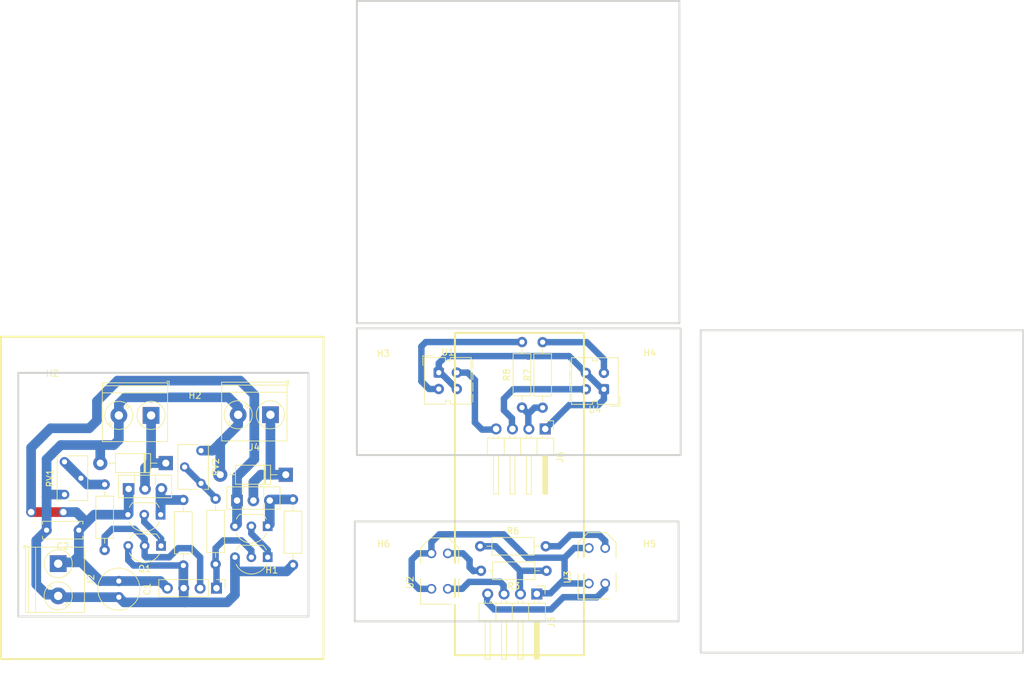
<source format=kicad_pcb>
(kicad_pcb (version 20221018) (generator pcbnew)
  (layers (0 "F.Cu" signal) (31 "B.Cu" signal) (34 "B.Paste" user) (35 "F.Paste" user) (36 "B.SilkS" user "B.Silkscreen") (37 "F.SilkS" user "F.Silkscreen") (38 "B.Mask" user) (39 "F.Mask" user) (44 "Edge.Cuts" user))
  (net 0 "")
  (net 1 "VCC")
  (net 2 "GNDREF")
  (net 3 "Net-(D1-K)")
  (net 4 "Net-(D2-K)")
  (net 5 "Sensor Derecho")
  (net 6 "Sensor Izquierdo")
  (net 7 "Net-(Q1-C)")
  (net 8 "Net-(Q2-B)")
  (net 9 "Net-(Q4-C)")
  (net 10 "Net-(Q5-C)")
  (net 11 "Net-(R1-Pad2)")
  (net 12 "Net-(R4-Pad2)")
  (net 13 "S(Der)TCRT")
  (net 14 "S(Izq)TCRT")
  (net 15 "S(Der)CNY")
  (net 16 "S(Izq)CNY")
  (net 17 "Net-(R3-Pad2)")
  (net 18 "Net-(R6-Pad2)")
  (net 19 "Net-(U4-K)")
  (net 20 "Net-(U1-K)")
  (net 21 "VCC2")
  (net 22 "GND2")
  (net 23 "VCC1")
  (net 24 "GND1")
  (footprint "MountingHole:MountingHole_3.2mm_M3" (layer "F.Cu") (at 138.625 89.125)
    (fp_text reference "H6" (at 0 -4.2) (layer "F.SilkS"))
    (fp_text value "MountingHole")
    (pad "" np_thru_hole circle (at 0 0) (size 3.2 3.2) (drill 3.2) (layers "*.Cu" "*.Mask"))
  )
  (footprint "Resistor_THT:R_Axial_DIN0207_L6.3mm_D2.5mm_P10.16mm_Horizontal" (layer "F.Cu") (at 163.9 89.1 180)
    (fp_text reference "R3" (at 5.08 -2.37) (layer "F.SilkS"))
    (fp_text value "470")
    (pad "1" thru_hole circle (at 0 0 180) (size 1.6 1.6) (drill 0.8) (layers "*.Cu" "*.Mask") (net 22 "GND2"))
    (pad "2" thru_hole oval (at 10.16 0 180) (size 1.6 1.6) (drill 0.8) (layers "*.Cu" "*.Mask") (net 17 "Net-(R3-Pad2)"))
  )
  (footprint "Resistor_THT:R_Axial_DIN0207_L6.3mm_D2.5mm_P10.16mm_Horizontal" (layer "F.Cu") (at 107.6 78.12 -90)
    (fp_text reference "R2" hide)
    (fp_text value "2.2k" hide)
    (pad "1" thru_hole circle (at 0 0 270) (size 1.6 1.6) (drill 0.8) (layers "*.Cu" "*.Mask") (net 8 "Net-(Q2-B)"))
    (pad "2" thru_hole oval (at 10.16 0 270) (size 1.6 1.6) (drill 0.8) (layers "*.Cu" "*.Mask") (net 2 "GNDREF"))
  )
  (footprint "Package_TO_SOT_THT:TO-92_Inline_Wide" (layer "F.Cu") (at 104.14 85.24 180)
    (fp_text reference "Q1" (at 2.54 -3.56) (layer "F.SilkS"))
    (fp_text value "BC548" hide)
    (pad "1" thru_hole rect (at 0 0 180) (size 1.5 1.5) (drill 0.8) (layers "*.Cu" "*.Mask") (net 7 "Net-(Q1-C)"))
    (pad "2" thru_hole circle (at 2.54 0 180) (size 1.5 1.5) (drill 0.8) (layers "*.Cu" "*.Mask") (net 5 "Sensor Derecho"))
    (pad "3" thru_hole circle (at 5.08 0 180) (size 1.5 1.5) (drill 0.8) (layers "*.Cu" "*.Mask") (net 2 "GNDREF"))
  )
  (footprint "OptoDevice:Vishay_CNY70" (layer "F.Cu") (at 172.8 60.94 180)
    (fp_text reference "U4" (at 1.4 -3.17) (layer "F.SilkS"))
    (fp_text value "CNY70")
    (pad "1" thru_hole roundrect (at 0 0 180) (size 1.6 1.6) (drill 0.8) (layers "*.Cu" "*.Mask") (roundrect_rratio 0.156) (net 23 "VCC1"))
    (pad "2" thru_hole circle (at 0 2.54 180) (size 1.6 1.6) (drill 0.8) (layers "*.Cu" "*.Mask") (net 19 "Net-(U4-K)"))
    (pad "3" thru_hole circle (at 2.8 2.54 180) (size 1.6 1.6) (drill 0.8) (layers "*.Cu" "*.Mask") (net 23 "VCC1"))
    (pad "4" thru_hole circle (at 2.8 0 180) (size 1.6 1.6) (drill 0.8) (layers "*.Cu" "*.Mask") (net 15 "S(Der)CNY"))
  )
  (footprint "Potentiometer_THT:Potentiometer_Bourns_3266W_Vertical" (layer "F.Cu") (at 89.175 72.2 90)
    (fp_text reference "RV1" (at -2.54 -2.27 90) (layer "F.SilkS"))
    (fp_text value "RegIzquierdo" hide)
    (pad "1" thru_hole circle (at 0 0 90) (size 1.44 1.44) (drill 0.8) (layers "*.Cu" "*.Mask") (net 11 "Net-(R1-Pad2)"))
    (pad "2" thru_hole circle (at -2.54 2.54 90) (size 1.44 1.44) (drill 0.8) (layers "*.Cu" "*.Mask") (net 11 "Net-(R1-Pad2)"))
    (pad "3" thru_hole circle (at -5.08 0 90) (size 1.44 1.44) (drill 0.8) (layers "*.Cu" "*.Mask") (net 2 "GNDREF"))
  )
  (footprint "OptoDevice:Vishay_CNY70" (layer "F.Cu") (at 147.2 58.36)
    (fp_text reference "U1" (at 1.4 -3.17) (layer "F.SilkS"))
    (fp_text value "CNY70")
    (pad "1" thru_hole roundrect (at 0 0) (size 1.6 1.6) (drill 0.8) (layers "*.Cu" "*.Mask") (roundrect_rratio 0.156) (net 23 "VCC1"))
    (pad "2" thru_hole circle (at 0 2.54) (size 1.6 1.6) (drill 0.8) (layers "*.Cu" "*.Mask") (net 20 "Net-(U1-K)"))
    (pad "3" thru_hole circle (at 2.8 2.54) (size 1.6 1.6) (drill 0.8) (layers "*.Cu" "*.Mask") (net 23 "VCC1"))
    (pad "4" thru_hole circle (at 2.8 0) (size 1.6 1.6) (drill 0.8) (layers "*.Cu" "*.Mask") (net 16 "S(Izq)CNY"))
  )
  (footprint "Potentiometer_THT:Potentiometer_Bourns_3266W_Vertical" (layer "F.Cu") (at 110.34 75.54 -90)
    (fp_text reference "RV2" (at -2.54 -2.27 90) (layer "F.SilkS"))
    (fp_text value "RegIzquierdo" hide)
    (pad "1" thru_hole circle (at 0 0 270) (size 1.44 1.44) (drill 0.8) (layers "*.Cu" "*.Mask") (net 12 "Net-(R4-Pad2)"))
    (pad "2" thru_hole circle (at -2.54 2.54 270) (size 1.44 1.44) (drill 0.8) (layers "*.Cu" "*.Mask") (net 12 "Net-(R4-Pad2)"))
    (pad "3" thru_hole circle (at -5.08 0 270) (size 1.44 1.44) (drill 0.8) (layers "*.Cu" "*.Mask") (net 2 "GNDREF"))
  )
  (footprint "Diode_THT:D_DO-41_SOD81_P10.16mm_Horizontal" (layer "F.Cu") (at 123.48 74.2 180)
    (fp_text reference "D2" hide)
    (fp_text value "1N4007")
    (pad "1" thru_hole rect (at 0 0 180) (size 2.2 2.2) (drill 1.1) (layers "*.Cu" "*.Mask") (net 4 "Net-(D2-K)"))
    (pad "2" thru_hole oval (at 10.16 0 180) (size 2.2 2.2) (drill 1.1) (layers "*.Cu" "*.Mask") (net 2 "GNDREF"))
  )
  (footprint "Resistor_THT:R_Axial_DIN0207_L6.3mm_D2.5mm_P10.16mm_Horizontal" (layer "F.Cu") (at 95.4 85.88 90)
    (fp_text reference "R1" hide)
    (fp_text value "470" hide)
    (pad "1" thru_hole circle (at 0 0 90) (size 1.6 1.6) (drill 0.8) (layers "*.Cu" "*.Mask") (net 5 "Sensor Derecho"))
    (pad "2" thru_hole oval (at 10.16 0 90) (size 1.6 1.6) (drill 0.8) (layers "*.Cu" "*.Mask") (net 11 "Net-(R1-Pad2)"))
  )
  (footprint "TerminalBlock_Phoenix:TerminalBlock_Phoenix_PT-1,5-2-5.0-H_1x02_P5.00mm_Horizontal" (layer "F.Cu") (at 88.2 88 -90)
    (fp_text reference "J2" (at 2.5 -5.06 90) (layer "F.SilkS"))
    (fp_text value "Conector de Batería")
    (pad "1" thru_hole rect (at 0 0 270) (size 2.6 2.6) (drill 1.3) (layers "*.Cu" "*.Mask") (net 1 "VCC"))
    (pad "2" thru_hole circle (at 5 0 270) (size 2.6 2.6) (drill 1.3) (layers "*.Cu" "*.Mask") (net 2 "GNDREF"))
  )
  (footprint "tcrt5000:tcrt5000" (layer "F.Cu") (at 171.73 88.325 90)
    (fp_text reference "U3" (at -1.76355 -4.57476 90) (layer "F.SilkS") (effects (font (size 1.004126 1.004126))))
    (fp_text value "TCRT5000")
    (pad "" np_thru_hole circle (at -4.65 2.45 90) (size 1 1) (drill 1) (layers "*.Cu" "*.Mask"))
    (pad "" np_thru_hole circle (at 0 -1.9 90) (size 2.5 2.5) (drill 2.5) (layers "*.Cu" "*.Mask"))
    (pad "" np_thru_hole circle (at 0 1.9 90) (size 2.5 2.5) (drill 2.5) (layers "*.Cu" "*.Mask"))
    (pad "A" thru_hole circle (at 2.75 -1.27 90) (size 1.5 1.5) (drill 1) (layers "*.Cu" "*.Mask") (net 21 "VCC2"))
    (pad "CATH" thru_hole circle (at 2.75 1.27 90) (size 1.5 1.5) (drill 1) (layers "*.Cu" "*.Mask") (net 18 "Net-(R6-Pad2)"))
    (pad "COLL" thru_hole circle (at -2.75 -1.27 90) (size 1.5 1.5) (drill 1) (layers "*.Cu" "*.Mask") (net 21 "VCC2"))
    (pad "E" thru_hole circle (at -2.75 1.27 90) (size 1.5 1.5) (drill 1) (layers "*.Cu" "*.Mask") (net 14 "S(Izq)TCRT"))
  )
  (footprint "MountingHole:MountingHole_3.2mm_M3" (layer "F.Cu") (at 138.6 59.6)
    (fp_text reference "H3" (at 0 -4.2) (layer "F.SilkS"))
    (fp_text value "MountingHole")
    (pad "" np_thru_hole circle (at 0 0) (size 3.2 3.2) (drill 3.2) (layers "*.Cu" "*.Mask"))
  )
  (footprint "Capacitor_THT:C_Disc_D6.0mm_W2.5mm_P5.00mm" (layer "F.Cu") (at 91.4 82.8 180)
    (fp_text reference "C2" (at 2.5 -2.5) (layer "F.SilkS"))
    (fp_text value "103")
    (pad "1" thru_hole circle (at 0 0 180) (size 1.6 1.6) (drill 0.8) (layers "*.Cu" "*.Mask") (net 1 "VCC"))
    (pad "2" thru_hole circle (at 5 0 180) (size 1.6 1.6) (drill 0.8) (layers "*.Cu" "*.Mask") (net 2 "GNDREF"))
  )
  (footprint "Connector_PinHeader_2.54mm:PinHeader_1x04_P2.54mm_Horizontal" (layer "F.Cu") (at 163.7 67.1 -90)
    (fp_text reference "J6" (at 4.385 -2.27 90) (layer "F.SilkS"))
    (fp_text value "Conector de sensores")
    (pad "1" thru_hole rect (at 0 0 270) (size 1.7 1.7) (drill 1) (layers "*.Cu" "*.Mask") (net 23 "VCC1"))
    (pad "2" thru_hole oval (at 0 2.54 270) (size 1.7 1.7) (drill 1) (layers "*.Cu" "*.Mask") (net 24 "GND1"))
    (pad "3" thru_hole oval (at 0 5.08 270) (size 1.7 1.7) (drill 1) (layers "*.Cu" "*.Mask") (net 15 "S(Der)CNY"))
    (pad "4" thru_hole oval (at 0 7.62 270) (size 1.7 1.7) (drill 1) (layers "*.Cu" "*.Mask") (net 16 "S(Izq)CNY"))
  )
  (footprint "MountingHole:MountingHole_3.2mm_M3" (layer "F.Cu") (at 121.3 93.2)
    (fp_text reference "H1" (at 0 -4.2) (layer "F.SilkS"))
    (fp_text value "MountingHole")
    (pad "" np_thru_hole circle (at 0 0) (size 3.2 3.2) (drill 3.2) (layers "*.Cu" "*.Mask"))
  )
  (footprint "Package_TO_SOT_THT:TO-126-3_Vertical" (layer "F.Cu") (at 115.92 78.2)
    (fp_text reference "Q6" hide)
    (fp_text value "BD140" hide)
    (pad "1" thru_hole rect (at 0 0) (size 1.8 1.8) (drill 1) (layers "*.Cu" "*.Mask") (net 1 "VCC"))
    (pad "2" thru_hole oval (at 2.54 0) (size 1.8 1.8) (drill 1) (layers "*.Cu" "*.Mask") (net 4 "Net-(D2-K)"))
    (pad "3" thru_hole oval (at 5.08 0) (size 1.8 1.8) (drill 1) (layers "*.Cu" "*.Mask") (net 10 "Net-(Q5-C)"))
  )
  (footprint "Connector_PinHeader_2.54mm:PinHeader_1x04_P2.54mm_Horizontal" (layer "F.Cu") (at 162.4 92.7 -90)
    (fp_text reference "J5" (at 4.385 -2.27 90) (layer "F.SilkS"))
    (fp_text value "Conector de sensores")
    (pad "1" thru_hole rect (at 0 0 270) (size 1.7 1.7) (drill 1) (layers "*.Cu" "*.Mask") (net 21 "VCC2"))
    (pad "2" thru_hole oval (at 0 2.54 270) (size 1.7 1.7) (drill 1) (layers "*.Cu" "*.Mask") (net 22 "GND2"))
    (pad "3" thru_hole oval (at 0 5.08 270) (size 1.7 1.7) (drill 1) (layers "*.Cu" "*.Mask") (net 13 "S(Der)TCRT"))
    (pad "4" thru_hole oval (at 0 7.62 270) (size 1.7 1.7) (drill 1) (layers "*.Cu" "*.Mask") (net 14 "S(Izq)TCRT"))
  )
  (footprint "tcrt5000:tcrt5000" (layer "F.Cu") (at 147.33 89.15 90)
    (fp_text reference "U2" (at -1.76355 -4.57476 90) (layer "F.SilkS") (effects (font (size 1.004126 1.004126))))
    (fp_text value "TCRT5000")
    (pad "" np_thru_hole circle (at -4.65 2.45 90) (size 1 1) (drill 1) (layers "*.Cu" "*.Mask"))
    (pad "" np_thru_hole circle (at 0 -1.9 90) (size 2.5 2.5) (drill 2.5) (layers "*.Cu" "*.Mask"))
    (pad "" np_thru_hole circle (at 0 1.9 90) (size 2.5 2.5) (drill 2.5) (layers "*.Cu" "*.Mask"))
    (pad "A" thru_hole circle (at 2.75 -1.27 90) (size 1.5 1.5) (drill 1) (layers "*.Cu" "*.Mask") (net 21 "VCC2"))
    (pad "CATH" thru_hole circle (at 2.75 1.27 90) (size 1.5 1.5) (drill 1) (layers "*.Cu" "*.Mask") (net 17 "Net-(R3-Pad2)"))
    (pad "COLL" thru_hole circle (at -2.75 -1.27 90) (size 1.5 1.5) (drill 1) (layers "*.Cu" "*.Mask") (net 21 "VCC2"))
    (pad "E" thru_hole circle (at -2.75 1.27 90) (size 1.5 1.5) (drill 1) (layers "*.Cu" "*.Mask") (net 13 "S(Der)TCRT"))
  )
  (footprint "Resistor_THT:R_Axial_DIN0207_L6.3mm_D2.5mm_P10.16mm_Horizontal" (layer "F.Cu") (at 112.6 88.08 90)
    (fp_text reference "R4" hide)
    (fp_text value "470" hide)
    (pad "1" thru_hole circle (at 0 0 90) (size 1.6 1.6) (drill 0.8) (layers "*.Cu" "*.Mask") (net 6 "Sensor Izquierdo"))
    (pad "2" thru_hole oval (at 10.16 0 90) (size 1.6 1.6) (drill 0.8) (layers "*.Cu" "*.Mask") (net 12 "Net-(R4-Pad2)"))
  )
  (footprint "MountingHole:MountingHole_3.2mm_M3" (layer "F.Cu") (at 179.875 89.125)
    (fp_text reference "H5" (at 0 -4.2) (layer "F.SilkS"))
    (fp_text value "MountingHole")
    (pad "" np_thru_hole circle (at 0 0) (size 3.2 3.2) (drill 3.2) (layers "*.Cu" "*.Mask"))
  )
  (footprint "Package_TO_SOT_THT:TO-92_Inline_Wide" (layer "F.Cu") (at 120.68 82.2 180)
    (fp_text reference "Q5" hide)
    (fp_text value "BC558" hide)
    (pad "1" thru_hole rect (at 0 0 180) (size 1.5 1.5) (drill 0.8) (layers "*.Cu" "*.Mask") (net 10 "Net-(Q5-C)"))
    (pad "2" thru_hole circle (at 2.54 0 180) (size 1.5 1.5) (drill 0.8) (layers "*.Cu" "*.Mask") (net 9 "Net-(Q4-C)"))
    (pad "3" thru_hole circle (at 5.08 0 180) (size 1.5 1.5) (drill 0.8) (layers "*.Cu" "*.Mask") (net 1 "VCC"))
  )
  (footprint "MountingHole:MountingHole_3.2mm_M3" (layer "F.Cu") (at 87.3 62.7)
    (fp_text reference "H2" (at 0 -4.2) (layer "F.SilkS"))
    (fp_text value "MountingHole")
    (pad "" np_thru_hole circle (at 0 0) (size 3.2 3.2) (drill 3.2) (layers "*.Cu" "*.Mask"))
  )
  (footprint "Package_TO_SOT_THT:TO-92_Inline_Wide" (layer "F.Cu") (at 120.68 87 180)
    (fp_text reference "Q4" hide)
    (fp_text value "BC548" hide)
    (pad "1" thru_hole rect (at 0 0 180) (size 1.5 1.5) (drill 0.8) (layers "*.Cu" "*.Mask") (net 9 "Net-(Q4-C)"))
    (pad "2" thru_hole circle (at 2.54 0 180) (size 1.5 1.5) (drill 0.8) (layers "*.Cu" "*.Mask") (net 6 "Sensor Izquierdo"))
    (pad "3" thru_hole circle (at 5.08 0 180) (size 1.5 1.5) (drill 0.8) (layers "*.Cu" "*.Mask") (net 2 "GNDREF"))
  )
  (footprint "Capacitor_THT:C_Radial_D6.3mm_H11.0mm_P2.50mm" (layer "F.Cu") (at 97.6 90.7 -90)
    (fp_text reference "C1" (at 1.25 -4.4 90) (layer "F.SilkS"))
    (fp_text value "100uF")
    (pad "1" thru_hole circle (at 0 0 270) (size 1.6 1.6) (drill 0.8) (layers "*.Cu" "*.Mask") (net 1 "VCC"))
    (pad "2" thru_hole circle (at 2.5 0 270) (size 1.6 1.6) (drill 0.8) (layers "*.Cu" "*.Mask") (net 2 "GNDREF"))
  )
  (footprint "Connector_PinHeader_2.54mm:PinHeader_1x04_P2.54mm_Vertical" (layer "F.Cu") (at 112.74 91.8 -90)
    (fp_text reference "J1" hide)
    (fp_text value "Conector de sensores" hide)
    (pad "1" thru_hole rect (at 0 0 270) (size 1.7 1.7) (drill 1) (layers "*.Cu" "*.Mask") (net 6 "Sensor Izquierdo"))
    (pad "2" thru_hole oval (at 0 2.54 270) (size 1.7 1.7) (drill 1) (layers "*.Cu" "*.Mask") (net 5 "Sensor Derecho"))
    (pad "3" thru_hole oval (at 0 5.08 270) (size 1.7 1.7) (drill 1) (layers "*.Cu" "*.Mask") (net 2 "GNDREF"))
    (pad "4" thru_hole oval (at 0 7.62 270) (size 1.7 1.7) (drill 1) (layers "*.Cu" "*.Mask") (net 1 "VCC"))
  )
  (footprint "TerminalBlock_Phoenix:TerminalBlock_Phoenix_PT-1,5-2-5.0-H_1x02_P5.00mm_Horizontal" (layer "F.Cu") (at 102.6 65 180)
    (fp_text reference "J3" hide)
    (fp_text value "MotorIzquierdo")
    (pad "1" thru_hole rect (at 0 0 180) (size 2.6 2.6) (drill 1.3) (layers "*.Cu" "*.Mask") (net 3 "Net-(D1-K)"))
    (pad "2" thru_hole circle (at 5 0 180) (size 2.6 2.6) (drill 1.3) (layers "*.Cu" "*.Mask") (net 2 "GNDREF"))
  )
  (footprint "Resistor_THT:R_Axial_DIN0207_L6.3mm_D2.5mm_P10.16mm_Horizontal" (layer "F.Cu") (at 160.1 63.78 90)
    (fp_text reference "R8" (at 5.08 -2.37 90) (layer "F.SilkS"))
    (fp_text value "470")
    (pad "1" thru_hole circle (at 0 0 90) (size 1.6 1.6) (drill 0.8) (layers "*.Cu" "*.Mask") (net 24 "GND1"))
    (pad "2" thru_hole oval (at 10.16 0 90) (size 1.6 1.6) (drill 0.8) (layers "*.Cu" "*.Mask") (net 20 "Net-(U1-K)"))
  )
  (footprint "TerminalBlock_Phoenix:TerminalBlock_Phoenix_PT-1,5-2-5.0-H_1x02_P5.00mm_Horizontal" (layer "F.Cu") (at 121.1 64.9 180)
    (fp_text reference "J4" (at 2.5 -5.06 180) (layer "F.SilkS"))
    (fp_text value "MotorDerecho")
    (pad "1" thru_hole rect (at 0 0 180) (size 2.6 2.6) (drill 1.3) (layers "*.Cu" "*.Mask") (net 4 "Net-(D2-K)"))
    (pad "2" thru_hole circle (at 5 0 180) (size 2.6 2.6) (drill 1.3) (layers "*.Cu" "*.Mask") (net 2 "GNDREF"))
  )
  (footprint "Package_TO_SOT_THT:TO-126-3_Vertical" (layer "F.Cu") (at 99.12 76.4)
    (fp_text reference "Q2" hide)
    (fp_text value "BD140" hide)
    (pad "1" thru_hole rect (at 0 0) (size 1.8 1.8) (drill 1) (layers "*.Cu" "*.Mask") (net 1 "VCC"))
    (pad "2" thru_hole oval (at 2.54 0) (size 1.8 1.8) (drill 1) (layers "*.Cu" "*.Mask") (net 3 "Net-(D1-K)"))
    (pad "3" thru_hole oval (at 5.08 0) (size 1.8 1.8) (drill 1) (layers "*.Cu" "*.Mask") (net 8 "Net-(Q2-B)"))
  )
  (footprint "Resistor_THT:R_Axial_DIN0207_L6.3mm_D2.5mm_P10.16mm_Horizontal" (layer "F.Cu") (at 124.6 78.04 -90)
    (fp_text reference "R5" hide)
    (fp_text value "2.2k" hide)
    (pad "1" thru_hole circle (at 0 0 270) (size 1.6 1.6) (drill 0.8) (layers "*.Cu" "*.Mask") (net 10 "Net-(Q5-C)"))
    (pad "2" thru_hole oval (at 10.16 0 270) (size 1.6 1.6) (drill 0.8) (layers "*.Cu" "*.Mask") (net 2 "GNDREF"))
  )
  (footprint "MountingHole:MountingHole_3.2mm_M3" (layer "F.Cu") (at 109.4 66.1)
    (fp_text reference "H2" (at 0 -4.2) (layer "F.SilkS"))
    (fp_text value "MountingHole")
    (pad "" np_thru_hole circle (at 0 0) (size 3.2 3.2) (drill 3.2) (layers "F&B.Cu" "*.Mask"))
  )
  (footprint "Package_TO_SOT_THT:TO-92_Inline_Wide" (layer "F.Cu") (at 104.08 80.4 180)
    (fp_text reference "Q3" hide)
    (fp_text value "BC558" hide)
    (pad "1" thru_hole rect (at 0 0 180) (size 1.5 1.5) (drill 0.8) (layers "*.Cu" "*.Mask") (net 8 "Net-(Q2-B)"))
    (pad "2" thru_hole circle (at 2.54 0 180) (size 1.5 1.5) (drill 0.8) (layers "*.Cu" "*.Mask") (net 7 "Net-(Q1-C)"))
    (pad "3" thru_hole circle (at 5.08 0 180) (size 1.5 1.5) (drill 0.8) (layers "*.Cu" "*.Mask") (net 1 "VCC"))
  )
  (footprint "Resistor_THT:R_Axial_DIN0207_L6.3mm_D2.5mm_P10.16mm_Horizontal" (layer "F.Cu") (at 153.62 85.3)
    (fp_text reference "R6" (at 5.08 -2.37) (layer "F.SilkS"))
    (fp_text value "470")
    (pad "1" thru_hole circle (at 0 0) (size 1.6 1.6) (drill 0.8) (layers "*.Cu" "*.Mask") (net 22 "GND2"))
    (pad "2" thru_hole oval (at 10.16 0) (size 1.6 1.6) (drill 0.8) (layers "*.Cu" "*.Mask") (net 18 "Net-(R6-Pad2)"))
  )
  (footprint "MountingHole:MountingHole_3.2mm_M3" (layer "F.Cu") (at 179.9 59.5)
    (fp_text reference "H4" (at 0 -4.2) (layer "F.SilkS"))
    (fp_text value "MountingHole")
    (pad "" np_thru_hole circle (at 0 0) (size 3.2 3.2) (drill 3.2) (layers "*.Cu" "*.Mask"))
  )
  (footprint "Diode_THT:D_DO-41_SOD81_P10.16mm_Horizontal" (layer "F.Cu") (at 104.88 72.4 180)
    (fp_text reference "D1" hide)
    (fp_text value "1N4007" hide)
    (pad "1" thru_hole rect (at 0 0 180) (size 2.2 2.2) (drill 1.1) (layers "*.Cu" "*.Mask") (net 3 "Net-(D1-K)"))
    (pad "2" thru_hole oval (at 10.16 0 180) (size 2.2 2.2) (drill 1.1) (layers "*.Cu" "*.Mask") (net 2 "GNDREF"))
  )
  (footprint "Resistor_THT:R_Axial_DIN0207_L6.3mm_D2.5mm_P10.16mm_Horizontal" (layer "F.Cu") (at 163.3 63.8 90)
    (fp_text reference "R7" (at 5.08 -2.37 90) (layer "F.SilkS"))
    (fp_text value "470")
    (pad "1" thru_hole circle (at 0 0 90) (size 1.6 1.6) (drill 0.8) (layers "*.Cu" "*.Mask") (net 24 "GND1"))
    (pad "2" thru_hole oval (at 10.16 0 90) (size 1.6 1.6) (drill 0.8) (layers "*.Cu" "*.Mask") (net 19 "Net-(U4-K)"))
  )
  (gr_rect (start 79.325 52.8) (end 129.325 102.8) (stroke (width 0.3)) (fill none) (layer "F.SilkS"))
  (gr_rect (start 149.7 52.2) (end 169.7 102.2) (stroke (width 0.3)) (fill none) (layer "F.SilkS"))
  (gr_rect (start 134.5 51.5) (end 184.7 71.15) (stroke (width 0.3)) (fill none) (layer "Edge.Cuts"))
  (gr_rect (start 134.175 81.45) (end 184.375 96.95) (stroke (width 0.3)) (fill none) (layer "Edge.Cuts"))
  (gr_rect (start 187.8 51.8) (end 237.8 101.8) (stroke (width 0.3)) (fill none) (layer "Edge.Cuts"))
  (gr_rect (start 134.5 0.7) (end 184.5 50.7) (stroke (width 0.3)) (fill none) (layer "Edge.Cuts"))
  (gr_rect (start 82 58.4) (end 127 96.2) (stroke (width 0.3)) (fill none) (layer "Edge.Cuts"))
  (segment (start 89 80) (end 84 80) (width 1.5) (layer "F.Cu") (net 1))
  (via (at 84 80) (size 1.5) (drill 1) (layers "F.Cu" "B.Cu") (net 1))
  (via (at 89 80) (size 1.5) (drill 1) (layers "F.Cu" "B.Cu") (net 1))
  (segment (start 116.4 59.6) (end 97.4 59.6) (width 1.5) (layer "B.Cu") (net 1))
  (segment (start 99.12 76.4) (end 99.12 80.28) (width 1.5) (layer "B.Cu") (net 1))
  (segment (start 115.92 81.88) (end 115.6 82.2) (width 1.5) (layer "B.Cu") (net 1))
  (segment (start 93 67) (end 87 67) (width 1.5) (layer "B.Cu") (net 1))
  (segment (start 91.8 87.8) (end 94.7 90.7) (width 1.5) (layer "B.Cu") (net 1))
  (segment (start 92.6 81.6) (end 91 80) (width 1.5) (layer "B.Cu") (net 1))
  (segment (start 99.12 80.28) (end 99 80.4) (width 1.5) (layer "B.Cu") (net 1))
  (segment (start 115.92 78.2) (end 115.92 74.48) (width 1.5) (layer "B.Cu") (net 1))
  (segment (start 88 87.8) (end 90.4 87.8) (width 1.5) (layer "B.Cu") (net 1))
  (segment (start 91.4 86.8) (end 91.4 82.8) (width 1.5) (layer "B.Cu") (net 1))
  (segment (start 94.2 65.8) (end 93 67) (width 1.5) (layer "B.Cu") (net 1))
  (segment (start 104.02 90.7) (end 105.12 91.8) (width 1.5) (layer "B.Cu") (net 1))
  (segment (start 115.92 78.2) (end 115.92 81.88) (width 1.5) (layer "B.Cu") (net 1))
  (segment (start 84 70) (end 84 80) (width 1.5) (layer "B.Cu") (net 1))
  (segment (start 93.8 80.4) (end 99 80.4) (width 1.5) (layer "B.Cu") (net 1))
  (segment (start 91.4 82.8) (end 92.6 81.6) (width 1.5) (layer "B.Cu") (net 1))
  (segment (start 87 67) (end 84 70) (width 1.5) (layer "B.Cu") (net 1))
  (segment (start 94.2 62.8) (end 94.2 65.8) (width 1.5) (layer "B.Cu") (net 1))
  (segment (start 90.4 87.8) (end 91.8 87.8) (width 1.5) (layer "B.Cu") (net 1))
  (segment (start 90.4 87.8) (end 91.4 86.8) (width 1.5) (layer "B.Cu") (net 1))
  (segment (start 97.6 90.7) (end 104.02 90.7) (width 1.5) (layer "B.Cu") (net 1))
  (segment (start 118.6 71.8) (end 118.6 61.8) (width 1.5) (layer "B.Cu") (net 1))
  (segment (start 92.6 81.6) (end 93.8 80.4) (width 1.5) (layer "B.Cu") (net 1))
  (segment (start 91 80) (end 89 80) (width 1.5) (layer "B.Cu") (net 1))
  (segment (start 94.7 90.7) (end 97.6 90.7) (width 1.5) (layer "B.Cu") (net 1))
  (segment (start 118.6 61.8) (end 116.4 59.6) (width 1.5) (layer "B.Cu") (net 1))
  (segment (start 115.92 74.48) (end 118.6 71.8) (width 1.5) (layer "B.Cu") (net 1))
  (segment (start 97.4 59.6) (end 94.2 62.8) (width 1.5) (layer "B.Cu") (net 1))
  (segment (start 107.66 93.86) (end 107.8 94) (width 1.5) (layer "B.Cu") (net 2))
  (segment (start 88.4 93.2) (end 88 92.8) (width 1.5) (layer "B.Cu") (net 2))
  (segment (start 88 92.8) (end 86.4 92.8) (width 1.5) (layer "B.Cu") (net 2))
  (segment (start 110.34 70.46) (end 112.135 70.46) (width 1.5) (layer "B.Cu") (net 2))
  (segment (start 107.6 91.74) (end 107.66 91.8) (width 1.5) (layer "B.Cu") (net 2))
  (segment (start 99.06 87.46) (end 99.06 85.24) (width 1) (layer "B.Cu") (net 2))
  (segment (start 113.32 74.2) (end 113.32 69.275) (width 1.5) (layer "B.Cu") (net 2))
  (segment (start 84.8 91.2) (end 84.8 84.6) (width 1.5) (layer "B.Cu") (net 2))
  (segment (start 84.8 84.6) (end 84.8 84.4) (width 1.5) (layer "B.Cu") (net 2))
  (segment (start 97.6 93.2) (end 88.4 93.2) (width 1.5) (layer "B.Cu") (net 2))
  (segment (start 86.4 82.8) (end 86.4 77.6) (width 1.5) (layer "B.Cu") (net 2))
  (segment (start 96.8 69.6) (end 97.6 68.8) (width 1.5) (layer "B.Cu") (net 2))
  (segment (start 114.6 62.2) (end 116.1 63.7) (width 1.5) (layer "B.Cu") (net 2))
  (segment (start 95 69.6) (end 96.8 69.6) (width 1.5) (layer "B.Cu") (net 2))
  (segment (start 97.6 63.2) (end 98.6 62.2) (width 1.5) (layer "B.Cu") (net 2))
  (segment (start 98.6 62.2) (end 114.6 62.2) (width 1.5) (layer "B.Cu") (net 2))
  (segment (start 89.175 77.28) (end 86.72 77.28) (width 1.5) (layer "B.Cu") (net 2))
  (segment (start 84.8 84.4) (end 86.4 82.8) (width 1.5) (layer "B.Cu") (net 2))
  (segment (start 114.4 94) (end 115.6 92.8) (width 1.5) (layer "B.Cu") (net 2))
  (segment (start 86.4 71.8) (end 88.6 69.6) (width 1.5) (layer "B.Cu") (net 2))
  (segment (start 107.8 94) (end 114.4 94) (width 1.5) (layer "B.Cu") (net 2))
  (segment (start 86.4 92.8) (end 84.8 91.2) (width 1.5) (layer "B.Cu") (net 2))
  (segment (start 115.6 89.2) (end 115.6 87) (width 1.5) (layer "B.Cu") (net 2))
  (segment (start 107.6 88.28) (end 99.88 88.28) (width 1) (layer "B.Cu") (net 2))
  (segment (start 123.6 89.2) (end 124.6 88.2) (width 1.5) (layer "B.Cu") (net 2))
  (segment (start 107.6 88.28) (end 107.6 91.74) (width 1.5) (layer "B.Cu") (net 2))
  (segment (start 94.72 69.88) (end 95 69.6) (width 1.5) (layer "B.Cu") (net 2))
  (segment (start 98.399999 93.999999) (end 97.6 93.2) (width 1.5) (layer "B.Cu") (net 2))
  (segment (start 107.66 91.8) (end 107.66 93.86) (width 1.5) (layer "B.Cu") (net 2))
  (segment (start 88.6 69.6) (end 95 69.6) (width 1.5) (layer "B.Cu") (net 2))
  (segment (start 107.8 94) (end 98.399999 93.999999) (width 1.5) (layer "B.Cu") (net 2))
  (segment (start 112.135 70.46) (end 113.32 69.275) (width 1.5) (layer "B.Cu") (net 2))
  (segment (start 116.1 63.7) (end 116.1 66.495) (width 1.5) (layer "B.Cu") (net 2))
  (segment (start 115.6 92.8) (end 115.6 89.2) (width 1.5) (layer "B.Cu") (net 2))
  (segment (start 94.72 72.4) (end 94.72 69.88) (width 1.5) (layer "B.Cu") (net 2))
  (segment (start 99.88 88.28) (end 99.06 87.46) (width 1) (layer "B.Cu") (net 2))
  (segment (start 86.4 77.6) (end 86.4 71.8) (width 1.5) (layer "B.Cu") (net 2))
  (segment (start 115.6 89.2) (end 123.6 89.2) (width 1.5) (layer "B.Cu") (net 2))
  (segment (start 113.32 69.275) (end 116.1 66.495) (width 1.5) (layer "B.Cu") (net 2))
  (segment (start 97.6 68.8) (end 97.6 65) (width 1.5) (layer "B.Cu") (net 2))
  (segment (start 97.6 65) (end 97.6 63.2) (width 1.5) (layer "B.Cu") (net 2))
  (segment (start 86.72 77.28) (end 86.4 77.6) (width 1.5) (layer "B.Cu") (net 2))
  (segment (start 101.66 73.14) (end 102.4 72.4) (width 1.5) (layer "B.Cu") (net 3))
  (segment (start 102.6 72.2) (end 102.4 72.4) (width 1.5) (layer "B.Cu") (net 3))
  (segment (start 102.4 72.4) (end 104.88 72.4) (width 1.5) (layer "B.Cu") (net 3))
  (segment (start 101.66 76.4) (end 101.66 73.14) (width 1.5) (layer "B.Cu") (net 3))
  (segment (start 102.6 65) (end 102.6 72.2) (width 1.5) (layer "B.Cu") (net 3))
  (segment (start 118.46 78.2) (end 118.46 75.34) (width 1.5) (layer "B.Cu") (net 4))
  (segment (start 121.1 73.9) (end 121.1 66.495) (width 1.5) (layer "B.Cu") (net 4))
  (segment (start 119.6 74.2) (end 121.4 74.2) (width 1.5) (layer "B.Cu") (net 4))
  (segment (start 121.4 74.2) (end 121.1 73.9) (width 1.5) (layer "B.Cu") (net 4))
  (segment (start 121.4 74.2) (end 123.48 74.2) (width 1.5) (layer "B.Cu") (net 4))
  (segment (start 118.46 75.34) (end 119.6 74.2) (width 1.5) (layer "B.Cu") (net 4))
  (segment (start 101.6 85.24) (end 101.6 86.8) (width 1) (layer "B.Cu") (net 5))
  (segment (start 96.6 82.6) (end 100 82.6) (width 1) (layer "B.Cu") (net 5))
  (segment (start 108.8 85.6) (end 110.2 87) (width 1) (layer "B.Cu") (net 5))
  (segment (start 101.6 84.2) (end 101.6 85.24) (width 1) (layer "B.Cu") (net 5))
  (segment (start 95.4 83.8) (end 96.6 82.6) (width 1) (layer "B.Cu") (net 5))
  (segment (start 95.4 85.88) (end 95.4 83.8) (width 1) (layer "B.Cu") (net 5))
  (segment (start 101.6 86.8) (end 101.8 87) (width 1) (layer "B.Cu") (net 5))
  (segment (start 110.2 87) (end 110.2 91.8) (width 1) (layer "B.Cu") (net 5))
  (segment (start 100 82.6) (end 101.6 84.2) (width 1) (layer "B.Cu") (net 5))
  (segment (start 105.4 87) (end 106.8 85.6) (width 1) (layer "B.Cu") (net 5))
  (segment (start 106.8 85.6) (end 108.8 85.6) (width 1) (layer "B.Cu") (net 5))
  (segment (start 101.8 87) (end 105.4 87) (width 1) (layer "B.Cu") (net 5))
  (segment (start 112.6 88.08) (end 112.6 85.6) (width 1) (layer "B.Cu") (net 6))
  (segment (start 112.74 91.8) (end 112.74 88.22) (width 1) (layer "B.Cu") (net 6))
  (segment (start 112.74 88.22) (end 112.6 88.08) (width 1) (layer "B.Cu") (net 6))
  (segment (start 113.8 84.4) (end 116.6 84.4) (width 1) (layer "B.Cu") (net 6))
  (segment (start 118.14 85.94) (end 118.14 87) (width 1) (layer "B.Cu") (net 6))
  (segment (start 112.6 85.6) (end 113.8 84.4) (width 1) (layer "B.Cu") (net 6))
  (segment (start 116.6 84.4) (end 118.14 85.94) (width 1) (layer "B.Cu") (net 6))
  (segment (start 101.54 80.4) (end 101.54 81.54) (width 1) (layer "B.Cu") (net 7))
  (segment (start 104.14 84.14) (end 104.14 85.24) (width 1) (layer "B.Cu") (net 7))
  (segment (start 101.54 81.54) (end 104.14 84.14) (width 1) (layer "B.Cu") (net 7))
  (segment (start 104.08 78.2) (end 104.08 76.52) (width 1.5) (layer "B.Cu") (net 8))
  (segment (start 107.6 78.12) (end 104.16 78.12) (width 1.5) (layer "B.Cu") (net 8))
  (segment (start 104.16 78.12) (end 104.08 78.2) (width 1.5) (layer "B.Cu") (net 8))
  (segment (start 104.08 76.52) (end 104.2 76.4) (width 1.5) (layer "B.Cu") (net 8))
  (segment (start 104.08 80.4) (end 104.08 76.52) (width 1.5) (layer "B.Cu") (net 8))
  (segment (start 104.08 80.4) (end 104.08 78.2) (width 1.5) (layer "B.Cu") (net 8))
  (segment (start 118.14 83.34) (end 118.14 82.2) (width 1) (layer "B.Cu") (net 9))
  (segment (start 120.68 85.88) (end 118.14 83.34) (width 1) (layer "B.Cu") (net 9))
  (segment (start 120.68 87) (end 120.68 85.88) (width 1) (layer "B.Cu") (net 9))
  (segment (start 121 78.2) (end 121 81.88) (width 1.5) (layer "B.Cu") (net 10))
  (segment (start 121 81.88) (end 120.68 82.2) (width 1.5) (layer "B.Cu") (net 10))
  (segment (start 124.6 78.04) (end 121.16 78.04) (width 1.5) (layer "B.Cu") (net 10))
  (segment (start 121.16 78.04) (end 121 78.2) (width 1.5) (layer "B.Cu") (net 10))
  (segment (start 92.695 75.72) (end 91.715 74.74) (width 1.5) (layer "B.Cu") (net 11))
  (segment (start 89.175 72.2) (end 91.715 74.74) (width 1.5) (layer "B.Cu") (net 11))
  (segment (start 95.4 75.72) (end 92.695 75.72) (width 1.5) (layer "B.Cu") (net 11))
  (segment (start 112.6 77.92) (end 112.6 77.8) (width 1) (layer "B.Cu") (net 12))
  (segment (start 112.6 77.8) (end 110.34 75.54) (width 1) (layer "B.Cu") (net 12))
  (segment (start 107.8 73) (end 110.34 75.54) (width 1) (layer "B.Cu") (net 12))
  (segment (start 156.675 90.825) (end 156.7 90.8) (width 1) (layer "B.Cu") (net 13))
  (segment (start 148.6 91.9) (end 150.825 91.9) (width 1) (layer "B.Cu") (net 13))
  (segment (start 151.9 90.825) (end 156.675 90.825) (width 1) (layer "B.Cu") (net 13))
  (segment (start 150.825 91.9) (end 151.9 90.825) (width 1) (layer "B.Cu") (net 13))
  (segment (start 157.24 92.6) (end 157.24 91.34) (width 1) (layer "B.Cu") (net 13))
  (segment (start 157.24 91.34) (end 156.7 90.8) (width 1) (layer "B.Cu") (net 13))
  (segment (start 155.8 95.1) (end 164.6 95.1) (width 1) (layer "B.Cu") (net 14))
  (segment (start 173 91.925) (end 173 91.075) (width 1) (layer "B.Cu") (net 14))
  (segment (start 164.6 95.1) (end 166.5 93.2) (width 1) (layer "B.Cu") (net 14))
  (segment (start 166.5 93.2) (end 171.725 93.2) (width 1) (layer "B.Cu") (net 14))
  (segment (start 154.7 94) (end 155.8 95.1) (width 1) (layer "B.Cu") (net 14))
  (segment (start 154.7 92.6) (end 154.7 94) (width 1) (layer "B.Cu") (net 14))
  (segment (start 171.725 93.2) (end 173 91.925) (width 1) (layer "B.Cu") (net 14))
  (segment (start 157.3 62.4) (end 157.3 64.2) (width 1) (layer "B.Cu") (net 15))
  (segment (start 158.76 60.94) (end 157.3 62.4) (width 1) (layer "B.Cu") (net 15))
  (segment (start 170 60.94) (end 158.76 60.94) (width 1) (layer "B.Cu") (net 15))
  (segment (start 158.54 65.44) (end 158.54 67.2) (width 1) (layer "B.Cu") (net 15))
  (segment (start 157.3 64.2) (end 158.54 65.44) (width 1) (layer "B.Cu") (net 15))
  (segment (start 153.9 67.2) (end 156 67.2) (width 1) (layer "B.Cu") (net 16))
  (segment (start 151.66 58.36) (end 152.8 59.5) (width 1) (layer "B.Cu") (net 16))
  (segment (start 152.8 59.5) (end 152.8 66.1) (width 1) (layer "B.Cu") (net 16))
  (segment (start 150 58.36) (end 151.66 58.36) (width 1) (layer "B.Cu") (net 16))
  (segment (start 152.8 66.1) (end 153.9 67.2) (width 1) (layer "B.Cu") (net 16))
  (segment (start 151.975 88.575) (end 152.55 89.15) (width 1) (layer "B.Cu") (net 17))
  (segment (start 152.6 89.1) (end 153.74 89.1) (width 1) (layer "B.Cu") (net 17))
  (segment (start 152.55 89.15) (end 152.6 89.1) (width 1) (layer "B.Cu") (net 17))
  (segment (start 151.975 87.425) (end 151.975 88.575) (width 1) (layer "B.Cu") (net 17))
  (segment (start 148.6 86.4) (end 150.95 86.4) (width 1) (layer "B.Cu") (net 17))
  (segment (start 150.95 86.4) (end 151.975 87.425) (width 1) (layer "B.Cu") (net 17))
  (segment (start 172.05 83.525) (end 173 84.475) (width 1) (layer "B.Cu") (net 18))
  (segment (start 173 84.475) (end 173 85.575) (width 1) (layer "B.Cu") (net 18))
  (segment (start 167.625 83.525) (end 172.05 83.525) (width 1) (layer "B.Cu") (net 18))
  (segment (start 163.78 85.3) (end 165.85 85.3) (width 1) (layer "B.Cu") (net 18))
  (segment (start 165.85 85.3) (end 167.625 83.525) (width 1) (layer "B.Cu") (net 18))
  (segment (start 163.3 53.64) (end 170.14 53.64) (width 1) (layer "B.Cu") (net 19))
  (segment (start 170.14 53.64) (end 172.8 56.3) (width 1) (layer "B.Cu") (net 19))
  (segment (start 172.8 58.4) (end 172.8 56.3) (width 1) (layer "B.Cu") (net 19))
  (segment (start 160.1 53.62) (end 145.18 53.62) (width 1) (layer "B.Cu") (net 20))
  (segment (start 144.5 59.7) (end 145.7 60.9) (width 1) (layer "B.Cu") (net 20))
  (segment (start 144.5 54.3) (end 144.5 59.7) (width 1) (layer "B.Cu") (net 20))
  (segment (start 145.18 53.62) (end 144.5 54.3) (width 1) (layer "B.Cu") (net 20))
  (segment (start 145.7 60.9) (end 147.2 60.9) (width 1) (layer "B.Cu") (net 20))
  (segment (start 143 87.375) (end 143.975 86.4) (width 1) (layer "B.Cu") (net 21))
  (segment (start 157.25 83.45) (end 160.875 87.075) (width 1) (layer "B.Cu") (net 21))
  (segment (start 166.7 90.4) (end 166.025 91.075) (width 1) (layer "B.Cu") (net 21))
  (segment (start 143.975 86.4) (end 146.06 86.4) (width 1) (layer "B.Cu") (net 21))
  (segment (start 170.46 91.075) (end 166.025 91.075) (width 1) (layer "B.Cu") (net 21))
  (segment (start 146.06 91.9) (end 144.1 91.9) (width 1) (layer "B.Cu") (net 21))
  (segment (start 147.3 83.45) (end 157.25 83.45) (width 1) (layer "B.Cu") (net 21))
  (segment (start 168.2 85.575) (end 170.46 85.575) (width 1) (layer "B.Cu") (net 21))
  (segment (start 146.06 84.69) (end 147.3 83.45) (width 1) (layer "B.Cu") (net 21))
  (segment (start 164.5 92.6) (end 162.32 92.6) (width 1) (layer "B.Cu") (net 21))
  (segment (start 144.1 91.9) (end 143 90.8) (width 1) (layer "B.Cu") (net 21))
  (segment (start 166.7 87.075) (end 168.2 85.575) (width 1) (layer "B.Cu") (net 21))
  (segment (start 166.7 87.075) (end 166.7 90.4) (width 1) (layer "B.Cu") (net 21))
  (segment (start 160.875 87.075) (end 166.7 87.075) (width 1) (layer "B.Cu") (net 21))
  (segment (start 166.025 91.075) (end 164.5 92.6) (width 1) (layer "B.Cu") (net 21))
  (segment (start 146.06 86.4) (end 146.06 84.69) (width 1) (layer "B.Cu") (net 21))
  (segment (start 143 90.8) (end 143 87.375) (width 1) (layer "B.Cu") (net 21))
  (segment (start 159.8 89.1) (end 159.78 89.12) (width 0.8) (layer "B.Cu") (net 22))
  (segment (start 153.62 85.3) (end 156 85.3) (width 1) (layer "B.Cu") (net 22))
  (segment (start 159.78 89.08) (end 156 85.3) (width 1) (layer "B.Cu") (net 22))
  (segment (start 159.78 89.12) (end 159.78 92.6) (width 0.8) (layer "B.Cu") (net 22))
  (segment (start 163.9 89.1) (end 159.8 89.1) (width 1) (layer "B.Cu") (net 22))
  (segment (start 159.78 92.6) (end 159.78 89.08) (width 1) (layer "B.Cu") (net 22))
  (segment (start 172.8 62.5) (end 172.8 60.94) (width 1) (layer "B.Cu") (net 23))
  (segment (start 167.4 55.8) (end 161 55.8) (width 1) (layer "B.Cu") (net 23))
  (segment (start 172.8 60.94) (end 172.54 60.94) (width 1) (layer "B.Cu") (net 23))
  (segment (start 147.2 58.36) (end 147.46 58.36) (width 1) (layer "B.Cu") (net 23))
  (segment (start 171.9 63.4) (end 172.8 62.5) (width 1) (layer "B.Cu") (net 23))
  (segment (start 167.42 63.4) (end 171.9 63.4) (width 1) (layer "B.Cu") (net 23))
  (segment (start 170 58.4) (end 167.4 55.8) (width 1) (layer "B.Cu") (net 23))
  (segment (start 172.54 60.94) (end 170 58.4) (width 1) (layer "B.Cu") (net 23))
  (segment (start 163.62 67.2) (end 167.42 63.4) (width 1) (layer "B.Cu") (net 23))
  (segment (start 147.2 58.36) (end 147.2 56.9) (width 1) (layer "B.Cu") (net 23))
  (segment (start 147.46 58.36) (end 150 60.9) (width 1) (layer "B.Cu") (net 23))
  (segment (start 148.3 55.8) (end 161 55.8) (width 1) (layer "B.Cu") (net 23))
  (segment (start 161.08 55.88) (end 161 55.8) (width 1) (layer "B.Cu") (net 23))
  (segment (start 147.2 56.9) (end 148.3 55.8) (width 1) (layer "B.Cu") (net 23))
  (segment (start 162.04 63.8) (end 163.3 63.8) (width 1) (layer "B.Cu") (net 24))
  (segment (start 161.08 64.76) (end 160.1 63.78) (width 1) (layer "B.Cu") (net 24))
  (segment (start 161.08 64.76) (end 162.04 63.8) (width 1) (layer "B.Cu") (net 24))
  (segment (start 161.08 67.2) (end 161.08 64.76) (width 1) (layer "B.Cu") (net 24))
)
</source>
